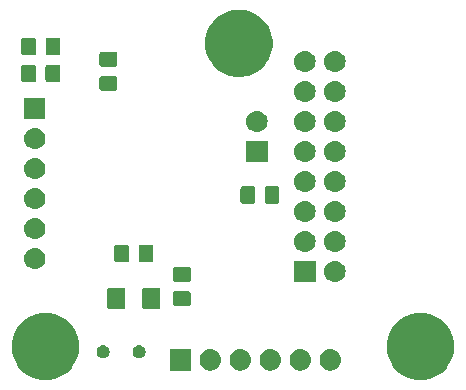
<source format=gbr>
G04 #@! TF.GenerationSoftware,KiCad,Pcbnew,(5.1.2)-1*
G04 #@! TF.CreationDate,2022-01-26T16:29:31-05:00*
G04 #@! TF.ProjectId,telemetry_breakout,74656c65-6d65-4747-9279-5f627265616b,rev?*
G04 #@! TF.SameCoordinates,Original*
G04 #@! TF.FileFunction,Soldermask,Top*
G04 #@! TF.FilePolarity,Negative*
%FSLAX46Y46*%
G04 Gerber Fmt 4.6, Leading zero omitted, Abs format (unit mm)*
G04 Created by KiCad (PCBNEW (5.1.2)-1) date 2022-01-26 16:29:31*
%MOMM*%
%LPD*%
G04 APERTURE LIST*
%ADD10C,0.100000*%
G04 APERTURE END LIST*
D10*
G36*
X224986606Y-110288562D02*
G01*
X225505455Y-110503476D01*
X225972407Y-110815484D01*
X226369516Y-111212593D01*
X226681524Y-111679545D01*
X226896438Y-112198394D01*
X226896438Y-112198395D01*
X227006000Y-112749200D01*
X227006000Y-113310800D01*
X226963538Y-113524269D01*
X226896438Y-113861606D01*
X226681524Y-114380455D01*
X226431579Y-114754524D01*
X226392383Y-114813185D01*
X226369516Y-114847407D01*
X225972407Y-115244516D01*
X225505455Y-115556524D01*
X224986606Y-115771438D01*
X224435800Y-115881000D01*
X223874200Y-115881000D01*
X223323394Y-115771438D01*
X222804545Y-115556524D01*
X222337593Y-115244516D01*
X221940484Y-114847407D01*
X221917618Y-114813185D01*
X221878421Y-114754524D01*
X221628476Y-114380455D01*
X221413562Y-113861606D01*
X221346462Y-113524269D01*
X221304000Y-113310800D01*
X221304000Y-112749200D01*
X221413562Y-112198395D01*
X221413562Y-112198394D01*
X221628476Y-111679545D01*
X221940484Y-111212593D01*
X222337593Y-110815484D01*
X222804545Y-110503476D01*
X223323394Y-110288562D01*
X223874200Y-110179000D01*
X224435800Y-110179000D01*
X224986606Y-110288562D01*
X224986606Y-110288562D01*
G37*
G36*
X193236606Y-110288562D02*
G01*
X193755455Y-110503476D01*
X194222407Y-110815484D01*
X194619516Y-111212593D01*
X194931524Y-111679545D01*
X195146438Y-112198394D01*
X195146438Y-112198395D01*
X195256000Y-112749200D01*
X195256000Y-113310800D01*
X195213538Y-113524269D01*
X195146438Y-113861606D01*
X194931524Y-114380455D01*
X194681579Y-114754524D01*
X194642383Y-114813185D01*
X194619516Y-114847407D01*
X194222407Y-115244516D01*
X193755455Y-115556524D01*
X193236606Y-115771438D01*
X192685800Y-115881000D01*
X192124200Y-115881000D01*
X191573394Y-115771438D01*
X191054545Y-115556524D01*
X190587593Y-115244516D01*
X190190484Y-114847407D01*
X190167618Y-114813185D01*
X190128421Y-114754524D01*
X189878476Y-114380455D01*
X189663562Y-113861606D01*
X189596462Y-113524269D01*
X189554000Y-113310800D01*
X189554000Y-112749200D01*
X189663562Y-112198395D01*
X189663562Y-112198394D01*
X189878476Y-111679545D01*
X190190484Y-111212593D01*
X190587593Y-110815484D01*
X191054545Y-110503476D01*
X191573394Y-110288562D01*
X192124200Y-110179000D01*
X192685800Y-110179000D01*
X193236606Y-110288562D01*
X193236606Y-110288562D01*
G37*
G36*
X206485442Y-113278518D02*
G01*
X206551627Y-113285037D01*
X206721466Y-113336557D01*
X206877991Y-113420222D01*
X206913729Y-113449552D01*
X207015186Y-113532814D01*
X207095535Y-113630721D01*
X207127778Y-113670009D01*
X207211443Y-113826534D01*
X207262963Y-113996373D01*
X207280359Y-114173000D01*
X207262963Y-114349627D01*
X207211443Y-114519466D01*
X207127778Y-114675991D01*
X207098448Y-114711729D01*
X207015186Y-114813186D01*
X206913729Y-114896448D01*
X206877991Y-114925778D01*
X206721466Y-115009443D01*
X206551627Y-115060963D01*
X206485443Y-115067481D01*
X206419260Y-115074000D01*
X206330740Y-115074000D01*
X206264557Y-115067481D01*
X206198373Y-115060963D01*
X206028534Y-115009443D01*
X205872009Y-114925778D01*
X205836271Y-114896448D01*
X205734814Y-114813186D01*
X205651552Y-114711729D01*
X205622222Y-114675991D01*
X205538557Y-114519466D01*
X205487037Y-114349627D01*
X205469641Y-114173000D01*
X205487037Y-113996373D01*
X205538557Y-113826534D01*
X205622222Y-113670009D01*
X205654465Y-113630721D01*
X205734814Y-113532814D01*
X205836271Y-113449552D01*
X205872009Y-113420222D01*
X206028534Y-113336557D01*
X206198373Y-113285037D01*
X206264558Y-113278518D01*
X206330740Y-113272000D01*
X206419260Y-113272000D01*
X206485442Y-113278518D01*
X206485442Y-113278518D01*
G37*
G36*
X204736000Y-115074000D02*
G01*
X202934000Y-115074000D01*
X202934000Y-113272000D01*
X204736000Y-113272000D01*
X204736000Y-115074000D01*
X204736000Y-115074000D01*
G37*
G36*
X211565442Y-113278518D02*
G01*
X211631627Y-113285037D01*
X211801466Y-113336557D01*
X211957991Y-113420222D01*
X211993729Y-113449552D01*
X212095186Y-113532814D01*
X212175535Y-113630721D01*
X212207778Y-113670009D01*
X212291443Y-113826534D01*
X212342963Y-113996373D01*
X212360359Y-114173000D01*
X212342963Y-114349627D01*
X212291443Y-114519466D01*
X212207778Y-114675991D01*
X212178448Y-114711729D01*
X212095186Y-114813186D01*
X211993729Y-114896448D01*
X211957991Y-114925778D01*
X211801466Y-115009443D01*
X211631627Y-115060963D01*
X211565443Y-115067481D01*
X211499260Y-115074000D01*
X211410740Y-115074000D01*
X211344557Y-115067481D01*
X211278373Y-115060963D01*
X211108534Y-115009443D01*
X210952009Y-114925778D01*
X210916271Y-114896448D01*
X210814814Y-114813186D01*
X210731552Y-114711729D01*
X210702222Y-114675991D01*
X210618557Y-114519466D01*
X210567037Y-114349627D01*
X210549641Y-114173000D01*
X210567037Y-113996373D01*
X210618557Y-113826534D01*
X210702222Y-113670009D01*
X210734465Y-113630721D01*
X210814814Y-113532814D01*
X210916271Y-113449552D01*
X210952009Y-113420222D01*
X211108534Y-113336557D01*
X211278373Y-113285037D01*
X211344558Y-113278518D01*
X211410740Y-113272000D01*
X211499260Y-113272000D01*
X211565442Y-113278518D01*
X211565442Y-113278518D01*
G37*
G36*
X214105442Y-113278518D02*
G01*
X214171627Y-113285037D01*
X214341466Y-113336557D01*
X214497991Y-113420222D01*
X214533729Y-113449552D01*
X214635186Y-113532814D01*
X214715535Y-113630721D01*
X214747778Y-113670009D01*
X214831443Y-113826534D01*
X214882963Y-113996373D01*
X214900359Y-114173000D01*
X214882963Y-114349627D01*
X214831443Y-114519466D01*
X214747778Y-114675991D01*
X214718448Y-114711729D01*
X214635186Y-114813186D01*
X214533729Y-114896448D01*
X214497991Y-114925778D01*
X214341466Y-115009443D01*
X214171627Y-115060963D01*
X214105443Y-115067481D01*
X214039260Y-115074000D01*
X213950740Y-115074000D01*
X213884557Y-115067481D01*
X213818373Y-115060963D01*
X213648534Y-115009443D01*
X213492009Y-114925778D01*
X213456271Y-114896448D01*
X213354814Y-114813186D01*
X213271552Y-114711729D01*
X213242222Y-114675991D01*
X213158557Y-114519466D01*
X213107037Y-114349627D01*
X213089641Y-114173000D01*
X213107037Y-113996373D01*
X213158557Y-113826534D01*
X213242222Y-113670009D01*
X213274465Y-113630721D01*
X213354814Y-113532814D01*
X213456271Y-113449552D01*
X213492009Y-113420222D01*
X213648534Y-113336557D01*
X213818373Y-113285037D01*
X213884558Y-113278518D01*
X213950740Y-113272000D01*
X214039260Y-113272000D01*
X214105442Y-113278518D01*
X214105442Y-113278518D01*
G37*
G36*
X216645442Y-113278518D02*
G01*
X216711627Y-113285037D01*
X216881466Y-113336557D01*
X217037991Y-113420222D01*
X217073729Y-113449552D01*
X217175186Y-113532814D01*
X217255535Y-113630721D01*
X217287778Y-113670009D01*
X217371443Y-113826534D01*
X217422963Y-113996373D01*
X217440359Y-114173000D01*
X217422963Y-114349627D01*
X217371443Y-114519466D01*
X217287778Y-114675991D01*
X217258448Y-114711729D01*
X217175186Y-114813186D01*
X217073729Y-114896448D01*
X217037991Y-114925778D01*
X216881466Y-115009443D01*
X216711627Y-115060963D01*
X216645443Y-115067481D01*
X216579260Y-115074000D01*
X216490740Y-115074000D01*
X216424557Y-115067481D01*
X216358373Y-115060963D01*
X216188534Y-115009443D01*
X216032009Y-114925778D01*
X215996271Y-114896448D01*
X215894814Y-114813186D01*
X215811552Y-114711729D01*
X215782222Y-114675991D01*
X215698557Y-114519466D01*
X215647037Y-114349627D01*
X215629641Y-114173000D01*
X215647037Y-113996373D01*
X215698557Y-113826534D01*
X215782222Y-113670009D01*
X215814465Y-113630721D01*
X215894814Y-113532814D01*
X215996271Y-113449552D01*
X216032009Y-113420222D01*
X216188534Y-113336557D01*
X216358373Y-113285037D01*
X216424558Y-113278518D01*
X216490740Y-113272000D01*
X216579260Y-113272000D01*
X216645442Y-113278518D01*
X216645442Y-113278518D01*
G37*
G36*
X209025442Y-113278518D02*
G01*
X209091627Y-113285037D01*
X209261466Y-113336557D01*
X209417991Y-113420222D01*
X209453729Y-113449552D01*
X209555186Y-113532814D01*
X209635535Y-113630721D01*
X209667778Y-113670009D01*
X209751443Y-113826534D01*
X209802963Y-113996373D01*
X209820359Y-114173000D01*
X209802963Y-114349627D01*
X209751443Y-114519466D01*
X209667778Y-114675991D01*
X209638448Y-114711729D01*
X209555186Y-114813186D01*
X209453729Y-114896448D01*
X209417991Y-114925778D01*
X209261466Y-115009443D01*
X209091627Y-115060963D01*
X209025443Y-115067481D01*
X208959260Y-115074000D01*
X208870740Y-115074000D01*
X208804557Y-115067481D01*
X208738373Y-115060963D01*
X208568534Y-115009443D01*
X208412009Y-114925778D01*
X208376271Y-114896448D01*
X208274814Y-114813186D01*
X208191552Y-114711729D01*
X208162222Y-114675991D01*
X208078557Y-114519466D01*
X208027037Y-114349627D01*
X208009641Y-114173000D01*
X208027037Y-113996373D01*
X208078557Y-113826534D01*
X208162222Y-113670009D01*
X208194465Y-113630721D01*
X208274814Y-113532814D01*
X208376271Y-113449552D01*
X208412009Y-113420222D01*
X208568534Y-113336557D01*
X208738373Y-113285037D01*
X208804558Y-113278518D01*
X208870740Y-113272000D01*
X208959260Y-113272000D01*
X209025442Y-113278518D01*
X209025442Y-113278518D01*
G37*
G36*
X200498721Y-112940174D02*
G01*
X200598995Y-112981709D01*
X200598996Y-112981710D01*
X200689242Y-113042010D01*
X200765990Y-113118758D01*
X200765991Y-113118760D01*
X200826291Y-113209005D01*
X200867826Y-113309279D01*
X200889000Y-113415730D01*
X200889000Y-113524270D01*
X200867826Y-113630721D01*
X200826291Y-113730995D01*
X200826290Y-113730996D01*
X200765990Y-113821242D01*
X200689242Y-113897990D01*
X200643812Y-113928345D01*
X200598995Y-113958291D01*
X200498721Y-113999826D01*
X200392270Y-114021000D01*
X200283730Y-114021000D01*
X200177279Y-113999826D01*
X200077005Y-113958291D01*
X200032188Y-113928345D01*
X199986758Y-113897990D01*
X199910010Y-113821242D01*
X199849710Y-113730996D01*
X199849709Y-113730995D01*
X199808174Y-113630721D01*
X199787000Y-113524270D01*
X199787000Y-113415730D01*
X199808174Y-113309279D01*
X199849709Y-113209005D01*
X199910009Y-113118760D01*
X199910010Y-113118758D01*
X199986758Y-113042010D01*
X200077004Y-112981710D01*
X200077005Y-112981709D01*
X200177279Y-112940174D01*
X200283730Y-112919000D01*
X200392270Y-112919000D01*
X200498721Y-112940174D01*
X200498721Y-112940174D01*
G37*
G36*
X197450721Y-112940174D02*
G01*
X197550995Y-112981709D01*
X197550996Y-112981710D01*
X197641242Y-113042010D01*
X197717990Y-113118758D01*
X197717991Y-113118760D01*
X197778291Y-113209005D01*
X197819826Y-113309279D01*
X197841000Y-113415730D01*
X197841000Y-113524270D01*
X197819826Y-113630721D01*
X197778291Y-113730995D01*
X197778290Y-113730996D01*
X197717990Y-113821242D01*
X197641242Y-113897990D01*
X197595812Y-113928345D01*
X197550995Y-113958291D01*
X197450721Y-113999826D01*
X197344270Y-114021000D01*
X197235730Y-114021000D01*
X197129279Y-113999826D01*
X197029005Y-113958291D01*
X196984188Y-113928345D01*
X196938758Y-113897990D01*
X196862010Y-113821242D01*
X196801710Y-113730996D01*
X196801709Y-113730995D01*
X196760174Y-113630721D01*
X196739000Y-113524270D01*
X196739000Y-113415730D01*
X196760174Y-113309279D01*
X196801709Y-113209005D01*
X196862009Y-113118760D01*
X196862010Y-113118758D01*
X196938758Y-113042010D01*
X197029004Y-112981710D01*
X197029005Y-112981709D01*
X197129279Y-112940174D01*
X197235730Y-112919000D01*
X197344270Y-112919000D01*
X197450721Y-112940174D01*
X197450721Y-112940174D01*
G37*
G36*
X201998562Y-108044181D02*
G01*
X202033481Y-108054774D01*
X202065663Y-108071976D01*
X202093873Y-108095127D01*
X202117024Y-108123337D01*
X202134226Y-108155519D01*
X202144819Y-108190438D01*
X202149000Y-108232895D01*
X202149000Y-109699105D01*
X202144819Y-109741562D01*
X202134226Y-109776481D01*
X202117024Y-109808663D01*
X202093873Y-109836873D01*
X202065663Y-109860024D01*
X202033481Y-109877226D01*
X201998562Y-109887819D01*
X201956105Y-109892000D01*
X200814895Y-109892000D01*
X200772438Y-109887819D01*
X200737519Y-109877226D01*
X200705337Y-109860024D01*
X200677127Y-109836873D01*
X200653976Y-109808663D01*
X200636774Y-109776481D01*
X200626181Y-109741562D01*
X200622000Y-109699105D01*
X200622000Y-108232895D01*
X200626181Y-108190438D01*
X200636774Y-108155519D01*
X200653976Y-108123337D01*
X200677127Y-108095127D01*
X200705337Y-108071976D01*
X200737519Y-108054774D01*
X200772438Y-108044181D01*
X200814895Y-108040000D01*
X201956105Y-108040000D01*
X201998562Y-108044181D01*
X201998562Y-108044181D01*
G37*
G36*
X199023562Y-108044181D02*
G01*
X199058481Y-108054774D01*
X199090663Y-108071976D01*
X199118873Y-108095127D01*
X199142024Y-108123337D01*
X199159226Y-108155519D01*
X199169819Y-108190438D01*
X199174000Y-108232895D01*
X199174000Y-109699105D01*
X199169819Y-109741562D01*
X199159226Y-109776481D01*
X199142024Y-109808663D01*
X199118873Y-109836873D01*
X199090663Y-109860024D01*
X199058481Y-109877226D01*
X199023562Y-109887819D01*
X198981105Y-109892000D01*
X197839895Y-109892000D01*
X197797438Y-109887819D01*
X197762519Y-109877226D01*
X197730337Y-109860024D01*
X197702127Y-109836873D01*
X197678976Y-109808663D01*
X197661774Y-109776481D01*
X197651181Y-109741562D01*
X197647000Y-109699105D01*
X197647000Y-108232895D01*
X197651181Y-108190438D01*
X197661774Y-108155519D01*
X197678976Y-108123337D01*
X197702127Y-108095127D01*
X197730337Y-108071976D01*
X197762519Y-108054774D01*
X197797438Y-108044181D01*
X197839895Y-108040000D01*
X198981105Y-108040000D01*
X199023562Y-108044181D01*
X199023562Y-108044181D01*
G37*
G36*
X204550674Y-108353465D02*
G01*
X204588367Y-108364899D01*
X204623103Y-108383466D01*
X204653548Y-108408452D01*
X204678534Y-108438897D01*
X204697101Y-108473633D01*
X204708535Y-108511326D01*
X204713000Y-108556661D01*
X204713000Y-109393339D01*
X204708535Y-109438674D01*
X204697101Y-109476367D01*
X204678534Y-109511103D01*
X204653548Y-109541548D01*
X204623103Y-109566534D01*
X204588367Y-109585101D01*
X204550674Y-109596535D01*
X204505339Y-109601000D01*
X203418661Y-109601000D01*
X203373326Y-109596535D01*
X203335633Y-109585101D01*
X203300897Y-109566534D01*
X203270452Y-109541548D01*
X203245466Y-109511103D01*
X203226899Y-109476367D01*
X203215465Y-109438674D01*
X203211000Y-109393339D01*
X203211000Y-108556661D01*
X203215465Y-108511326D01*
X203226899Y-108473633D01*
X203245466Y-108438897D01*
X203270452Y-108408452D01*
X203300897Y-108383466D01*
X203335633Y-108364899D01*
X203373326Y-108353465D01*
X203418661Y-108349000D01*
X204505339Y-108349000D01*
X204550674Y-108353465D01*
X204550674Y-108353465D01*
G37*
G36*
X215277000Y-107581000D02*
G01*
X213475000Y-107581000D01*
X213475000Y-105779000D01*
X215277000Y-105779000D01*
X215277000Y-107581000D01*
X215277000Y-107581000D01*
G37*
G36*
X217026443Y-105785519D02*
G01*
X217092627Y-105792037D01*
X217262466Y-105843557D01*
X217418991Y-105927222D01*
X217454729Y-105956552D01*
X217556186Y-106039814D01*
X217639448Y-106141271D01*
X217668778Y-106177009D01*
X217668779Y-106177011D01*
X217752040Y-106332779D01*
X217752443Y-106333534D01*
X217803963Y-106503373D01*
X217821359Y-106680000D01*
X217803963Y-106856627D01*
X217752443Y-107026466D01*
X217668778Y-107182991D01*
X217639448Y-107218729D01*
X217556186Y-107320186D01*
X217472732Y-107388674D01*
X217418991Y-107432778D01*
X217262466Y-107516443D01*
X217092627Y-107567963D01*
X217026443Y-107574481D01*
X216960260Y-107581000D01*
X216871740Y-107581000D01*
X216805557Y-107574481D01*
X216739373Y-107567963D01*
X216569534Y-107516443D01*
X216413009Y-107432778D01*
X216359268Y-107388674D01*
X216275814Y-107320186D01*
X216192552Y-107218729D01*
X216163222Y-107182991D01*
X216079557Y-107026466D01*
X216028037Y-106856627D01*
X216010641Y-106680000D01*
X216028037Y-106503373D01*
X216079557Y-106333534D01*
X216079961Y-106332779D01*
X216163221Y-106177011D01*
X216163222Y-106177009D01*
X216192552Y-106141271D01*
X216275814Y-106039814D01*
X216377271Y-105956552D01*
X216413009Y-105927222D01*
X216569534Y-105843557D01*
X216739373Y-105792037D01*
X216805557Y-105785519D01*
X216871740Y-105779000D01*
X216960260Y-105779000D01*
X217026443Y-105785519D01*
X217026443Y-105785519D01*
G37*
G36*
X204550674Y-106303465D02*
G01*
X204588367Y-106314899D01*
X204623103Y-106333466D01*
X204653548Y-106358452D01*
X204678534Y-106388897D01*
X204697101Y-106423633D01*
X204708535Y-106461326D01*
X204713000Y-106506661D01*
X204713000Y-107343339D01*
X204708535Y-107388674D01*
X204697101Y-107426367D01*
X204678534Y-107461103D01*
X204653548Y-107491548D01*
X204623103Y-107516534D01*
X204588367Y-107535101D01*
X204550674Y-107546535D01*
X204505339Y-107551000D01*
X203418661Y-107551000D01*
X203373326Y-107546535D01*
X203335633Y-107535101D01*
X203300897Y-107516534D01*
X203270452Y-107491548D01*
X203245466Y-107461103D01*
X203226899Y-107426367D01*
X203215465Y-107388674D01*
X203211000Y-107343339D01*
X203211000Y-106506661D01*
X203215465Y-106461326D01*
X203226899Y-106423633D01*
X203245466Y-106388897D01*
X203270452Y-106358452D01*
X203300897Y-106333466D01*
X203335633Y-106314899D01*
X203373326Y-106303465D01*
X203418661Y-106299000D01*
X204505339Y-106299000D01*
X204550674Y-106303465D01*
X204550674Y-106303465D01*
G37*
G36*
X191610442Y-104685518D02*
G01*
X191676627Y-104692037D01*
X191846466Y-104743557D01*
X192002991Y-104827222D01*
X192038729Y-104856552D01*
X192140186Y-104939814D01*
X192212527Y-105027963D01*
X192252778Y-105077009D01*
X192336443Y-105233534D01*
X192387963Y-105403373D01*
X192405359Y-105580000D01*
X192387963Y-105756627D01*
X192343934Y-105901770D01*
X192336442Y-105926468D01*
X192336039Y-105927222D01*
X192252778Y-106082991D01*
X192223448Y-106118729D01*
X192140186Y-106220186D01*
X192044149Y-106299000D01*
X192002991Y-106332778D01*
X191846466Y-106416443D01*
X191676627Y-106467963D01*
X191610442Y-106474482D01*
X191544260Y-106481000D01*
X191455740Y-106481000D01*
X191389558Y-106474482D01*
X191323373Y-106467963D01*
X191153534Y-106416443D01*
X190997009Y-106332778D01*
X190955851Y-106299000D01*
X190859814Y-106220186D01*
X190776552Y-106118729D01*
X190747222Y-106082991D01*
X190663961Y-105927222D01*
X190663558Y-105926468D01*
X190656066Y-105901770D01*
X190612037Y-105756627D01*
X190594641Y-105580000D01*
X190612037Y-105403373D01*
X190663557Y-105233534D01*
X190747222Y-105077009D01*
X190787473Y-105027963D01*
X190859814Y-104939814D01*
X190961271Y-104856552D01*
X190997009Y-104827222D01*
X191153534Y-104743557D01*
X191323373Y-104692037D01*
X191389558Y-104685518D01*
X191455740Y-104679000D01*
X191544260Y-104679000D01*
X191610442Y-104685518D01*
X191610442Y-104685518D01*
G37*
G36*
X201386674Y-104409465D02*
G01*
X201424367Y-104420899D01*
X201459103Y-104439466D01*
X201489548Y-104464452D01*
X201514534Y-104494897D01*
X201533101Y-104529633D01*
X201544535Y-104567326D01*
X201549000Y-104612661D01*
X201549000Y-105699339D01*
X201544535Y-105744674D01*
X201533101Y-105782367D01*
X201514534Y-105817103D01*
X201489548Y-105847548D01*
X201459103Y-105872534D01*
X201424367Y-105891101D01*
X201386674Y-105902535D01*
X201341339Y-105907000D01*
X200504661Y-105907000D01*
X200459326Y-105902535D01*
X200421633Y-105891101D01*
X200386897Y-105872534D01*
X200356452Y-105847548D01*
X200331466Y-105817103D01*
X200312899Y-105782367D01*
X200301465Y-105744674D01*
X200297000Y-105699339D01*
X200297000Y-104612661D01*
X200301465Y-104567326D01*
X200312899Y-104529633D01*
X200331466Y-104494897D01*
X200356452Y-104464452D01*
X200386897Y-104439466D01*
X200421633Y-104420899D01*
X200459326Y-104409465D01*
X200504661Y-104405000D01*
X201341339Y-104405000D01*
X201386674Y-104409465D01*
X201386674Y-104409465D01*
G37*
G36*
X199336674Y-104409465D02*
G01*
X199374367Y-104420899D01*
X199409103Y-104439466D01*
X199439548Y-104464452D01*
X199464534Y-104494897D01*
X199483101Y-104529633D01*
X199494535Y-104567326D01*
X199499000Y-104612661D01*
X199499000Y-105699339D01*
X199494535Y-105744674D01*
X199483101Y-105782367D01*
X199464534Y-105817103D01*
X199439548Y-105847548D01*
X199409103Y-105872534D01*
X199374367Y-105891101D01*
X199336674Y-105902535D01*
X199291339Y-105907000D01*
X198454661Y-105907000D01*
X198409326Y-105902535D01*
X198371633Y-105891101D01*
X198336897Y-105872534D01*
X198306452Y-105847548D01*
X198281466Y-105817103D01*
X198262899Y-105782367D01*
X198251465Y-105744674D01*
X198247000Y-105699339D01*
X198247000Y-104612661D01*
X198251465Y-104567326D01*
X198262899Y-104529633D01*
X198281466Y-104494897D01*
X198306452Y-104464452D01*
X198336897Y-104439466D01*
X198371633Y-104420899D01*
X198409326Y-104409465D01*
X198454661Y-104405000D01*
X199291339Y-104405000D01*
X199336674Y-104409465D01*
X199336674Y-104409465D01*
G37*
G36*
X214486443Y-103245519D02*
G01*
X214552627Y-103252037D01*
X214722466Y-103303557D01*
X214878991Y-103387222D01*
X214914729Y-103416552D01*
X215016186Y-103499814D01*
X215099448Y-103601271D01*
X215128778Y-103637009D01*
X215128779Y-103637011D01*
X215212040Y-103792779D01*
X215212443Y-103793534D01*
X215263963Y-103963373D01*
X215281359Y-104140000D01*
X215263963Y-104316627D01*
X215212443Y-104486466D01*
X215128778Y-104642991D01*
X215100725Y-104677173D01*
X215016186Y-104780186D01*
X214914729Y-104863448D01*
X214878991Y-104892778D01*
X214722466Y-104976443D01*
X214552627Y-105027963D01*
X214486442Y-105034482D01*
X214420260Y-105041000D01*
X214331740Y-105041000D01*
X214265557Y-105034481D01*
X214199373Y-105027963D01*
X214029534Y-104976443D01*
X213873009Y-104892778D01*
X213837271Y-104863448D01*
X213735814Y-104780186D01*
X213651275Y-104677173D01*
X213623222Y-104642991D01*
X213539557Y-104486466D01*
X213488037Y-104316627D01*
X213470641Y-104140000D01*
X213488037Y-103963373D01*
X213539557Y-103793534D01*
X213539961Y-103792779D01*
X213623221Y-103637011D01*
X213623222Y-103637009D01*
X213652552Y-103601271D01*
X213735814Y-103499814D01*
X213837271Y-103416552D01*
X213873009Y-103387222D01*
X214029534Y-103303557D01*
X214199373Y-103252037D01*
X214265558Y-103245518D01*
X214331740Y-103239000D01*
X214420260Y-103239000D01*
X214486443Y-103245519D01*
X214486443Y-103245519D01*
G37*
G36*
X217026443Y-103245519D02*
G01*
X217092627Y-103252037D01*
X217262466Y-103303557D01*
X217418991Y-103387222D01*
X217454729Y-103416552D01*
X217556186Y-103499814D01*
X217639448Y-103601271D01*
X217668778Y-103637009D01*
X217668779Y-103637011D01*
X217752040Y-103792779D01*
X217752443Y-103793534D01*
X217803963Y-103963373D01*
X217821359Y-104140000D01*
X217803963Y-104316627D01*
X217752443Y-104486466D01*
X217668778Y-104642991D01*
X217640725Y-104677173D01*
X217556186Y-104780186D01*
X217454729Y-104863448D01*
X217418991Y-104892778D01*
X217262466Y-104976443D01*
X217092627Y-105027963D01*
X217026442Y-105034482D01*
X216960260Y-105041000D01*
X216871740Y-105041000D01*
X216805557Y-105034481D01*
X216739373Y-105027963D01*
X216569534Y-104976443D01*
X216413009Y-104892778D01*
X216377271Y-104863448D01*
X216275814Y-104780186D01*
X216191275Y-104677173D01*
X216163222Y-104642991D01*
X216079557Y-104486466D01*
X216028037Y-104316627D01*
X216010641Y-104140000D01*
X216028037Y-103963373D01*
X216079557Y-103793534D01*
X216079961Y-103792779D01*
X216163221Y-103637011D01*
X216163222Y-103637009D01*
X216192552Y-103601271D01*
X216275814Y-103499814D01*
X216377271Y-103416552D01*
X216413009Y-103387222D01*
X216569534Y-103303557D01*
X216739373Y-103252037D01*
X216805558Y-103245518D01*
X216871740Y-103239000D01*
X216960260Y-103239000D01*
X217026443Y-103245519D01*
X217026443Y-103245519D01*
G37*
G36*
X191610443Y-102145519D02*
G01*
X191676627Y-102152037D01*
X191846466Y-102203557D01*
X192002991Y-102287222D01*
X192038729Y-102316552D01*
X192140186Y-102399814D01*
X192212527Y-102487963D01*
X192252778Y-102537009D01*
X192336443Y-102693534D01*
X192387963Y-102863373D01*
X192405359Y-103040000D01*
X192387963Y-103216627D01*
X192336443Y-103386466D01*
X192336442Y-103386468D01*
X192336039Y-103387222D01*
X192252778Y-103542991D01*
X192223448Y-103578729D01*
X192140186Y-103680186D01*
X192038729Y-103763448D01*
X192002991Y-103792778D01*
X191846466Y-103876443D01*
X191676627Y-103927963D01*
X191610442Y-103934482D01*
X191544260Y-103941000D01*
X191455740Y-103941000D01*
X191389557Y-103934481D01*
X191323373Y-103927963D01*
X191153534Y-103876443D01*
X190997009Y-103792778D01*
X190961271Y-103763448D01*
X190859814Y-103680186D01*
X190776552Y-103578729D01*
X190747222Y-103542991D01*
X190663961Y-103387222D01*
X190663558Y-103386468D01*
X190663557Y-103386466D01*
X190612037Y-103216627D01*
X190594641Y-103040000D01*
X190612037Y-102863373D01*
X190663557Y-102693534D01*
X190747222Y-102537009D01*
X190787473Y-102487963D01*
X190859814Y-102399814D01*
X190961271Y-102316552D01*
X190997009Y-102287222D01*
X191153534Y-102203557D01*
X191323373Y-102152037D01*
X191389557Y-102145519D01*
X191455740Y-102139000D01*
X191544260Y-102139000D01*
X191610443Y-102145519D01*
X191610443Y-102145519D01*
G37*
G36*
X217026443Y-100705519D02*
G01*
X217092627Y-100712037D01*
X217262466Y-100763557D01*
X217418991Y-100847222D01*
X217439560Y-100864103D01*
X217556186Y-100959814D01*
X217639448Y-101061271D01*
X217668778Y-101097009D01*
X217668779Y-101097011D01*
X217752040Y-101252779D01*
X217752443Y-101253534D01*
X217803963Y-101423373D01*
X217821359Y-101600000D01*
X217803963Y-101776627D01*
X217752443Y-101946466D01*
X217668778Y-102102991D01*
X217639448Y-102138729D01*
X217556186Y-102240186D01*
X217454729Y-102323448D01*
X217418991Y-102352778D01*
X217262466Y-102436443D01*
X217092627Y-102487963D01*
X217026442Y-102494482D01*
X216960260Y-102501000D01*
X216871740Y-102501000D01*
X216805558Y-102494482D01*
X216739373Y-102487963D01*
X216569534Y-102436443D01*
X216413009Y-102352778D01*
X216377271Y-102323448D01*
X216275814Y-102240186D01*
X216192552Y-102138729D01*
X216163222Y-102102991D01*
X216079557Y-101946466D01*
X216028037Y-101776627D01*
X216010641Y-101600000D01*
X216028037Y-101423373D01*
X216079557Y-101253534D01*
X216079961Y-101252779D01*
X216163221Y-101097011D01*
X216163222Y-101097009D01*
X216192552Y-101061271D01*
X216275814Y-100959814D01*
X216392440Y-100864103D01*
X216413009Y-100847222D01*
X216569534Y-100763557D01*
X216739373Y-100712037D01*
X216805557Y-100705519D01*
X216871740Y-100699000D01*
X216960260Y-100699000D01*
X217026443Y-100705519D01*
X217026443Y-100705519D01*
G37*
G36*
X214486443Y-100705519D02*
G01*
X214552627Y-100712037D01*
X214722466Y-100763557D01*
X214878991Y-100847222D01*
X214899560Y-100864103D01*
X215016186Y-100959814D01*
X215099448Y-101061271D01*
X215128778Y-101097009D01*
X215128779Y-101097011D01*
X215212040Y-101252779D01*
X215212443Y-101253534D01*
X215263963Y-101423373D01*
X215281359Y-101600000D01*
X215263963Y-101776627D01*
X215212443Y-101946466D01*
X215128778Y-102102991D01*
X215099448Y-102138729D01*
X215016186Y-102240186D01*
X214914729Y-102323448D01*
X214878991Y-102352778D01*
X214722466Y-102436443D01*
X214552627Y-102487963D01*
X214486442Y-102494482D01*
X214420260Y-102501000D01*
X214331740Y-102501000D01*
X214265558Y-102494482D01*
X214199373Y-102487963D01*
X214029534Y-102436443D01*
X213873009Y-102352778D01*
X213837271Y-102323448D01*
X213735814Y-102240186D01*
X213652552Y-102138729D01*
X213623222Y-102102991D01*
X213539557Y-101946466D01*
X213488037Y-101776627D01*
X213470641Y-101600000D01*
X213488037Y-101423373D01*
X213539557Y-101253534D01*
X213539961Y-101252779D01*
X213623221Y-101097011D01*
X213623222Y-101097009D01*
X213652552Y-101061271D01*
X213735814Y-100959814D01*
X213852440Y-100864103D01*
X213873009Y-100847222D01*
X214029534Y-100763557D01*
X214199373Y-100712037D01*
X214265557Y-100705519D01*
X214331740Y-100699000D01*
X214420260Y-100699000D01*
X214486443Y-100705519D01*
X214486443Y-100705519D01*
G37*
G36*
X191610443Y-99605519D02*
G01*
X191676627Y-99612037D01*
X191846466Y-99663557D01*
X192002991Y-99747222D01*
X192038729Y-99776552D01*
X192140186Y-99859814D01*
X192212527Y-99947963D01*
X192252778Y-99997009D01*
X192336443Y-100153534D01*
X192387963Y-100323373D01*
X192405359Y-100500000D01*
X192387963Y-100676627D01*
X192341630Y-100829367D01*
X192336442Y-100846468D01*
X192336039Y-100847222D01*
X192252778Y-101002991D01*
X192223448Y-101038729D01*
X192140186Y-101140186D01*
X192038729Y-101223448D01*
X192002991Y-101252778D01*
X191846466Y-101336443D01*
X191676627Y-101387963D01*
X191610442Y-101394482D01*
X191544260Y-101401000D01*
X191455740Y-101401000D01*
X191389558Y-101394482D01*
X191323373Y-101387963D01*
X191153534Y-101336443D01*
X190997009Y-101252778D01*
X190961271Y-101223448D01*
X190859814Y-101140186D01*
X190776552Y-101038729D01*
X190747222Y-101002991D01*
X190663961Y-100847222D01*
X190663558Y-100846468D01*
X190658370Y-100829367D01*
X190612037Y-100676627D01*
X190594641Y-100500000D01*
X190612037Y-100323373D01*
X190663557Y-100153534D01*
X190747222Y-99997009D01*
X190787473Y-99947963D01*
X190859814Y-99859814D01*
X190961271Y-99776552D01*
X190997009Y-99747222D01*
X191153534Y-99663557D01*
X191323373Y-99612037D01*
X191389557Y-99605519D01*
X191455740Y-99599000D01*
X191544260Y-99599000D01*
X191610443Y-99605519D01*
X191610443Y-99605519D01*
G37*
G36*
X210013674Y-99456465D02*
G01*
X210051367Y-99467899D01*
X210086103Y-99486466D01*
X210116548Y-99511452D01*
X210141534Y-99541897D01*
X210160101Y-99576633D01*
X210171535Y-99614326D01*
X210176000Y-99659661D01*
X210176000Y-100746339D01*
X210171535Y-100791674D01*
X210160101Y-100829367D01*
X210141534Y-100864103D01*
X210116548Y-100894548D01*
X210086103Y-100919534D01*
X210051367Y-100938101D01*
X210013674Y-100949535D01*
X209968339Y-100954000D01*
X209131661Y-100954000D01*
X209086326Y-100949535D01*
X209048633Y-100938101D01*
X209013897Y-100919534D01*
X208983452Y-100894548D01*
X208958466Y-100864103D01*
X208939899Y-100829367D01*
X208928465Y-100791674D01*
X208924000Y-100746339D01*
X208924000Y-99659661D01*
X208928465Y-99614326D01*
X208939899Y-99576633D01*
X208958466Y-99541897D01*
X208983452Y-99511452D01*
X209013897Y-99486466D01*
X209048633Y-99467899D01*
X209086326Y-99456465D01*
X209131661Y-99452000D01*
X209968339Y-99452000D01*
X210013674Y-99456465D01*
X210013674Y-99456465D01*
G37*
G36*
X212063674Y-99456465D02*
G01*
X212101367Y-99467899D01*
X212136103Y-99486466D01*
X212166548Y-99511452D01*
X212191534Y-99541897D01*
X212210101Y-99576633D01*
X212221535Y-99614326D01*
X212226000Y-99659661D01*
X212226000Y-100746339D01*
X212221535Y-100791674D01*
X212210101Y-100829367D01*
X212191534Y-100864103D01*
X212166548Y-100894548D01*
X212136103Y-100919534D01*
X212101367Y-100938101D01*
X212063674Y-100949535D01*
X212018339Y-100954000D01*
X211181661Y-100954000D01*
X211136326Y-100949535D01*
X211098633Y-100938101D01*
X211063897Y-100919534D01*
X211033452Y-100894548D01*
X211008466Y-100864103D01*
X210989899Y-100829367D01*
X210978465Y-100791674D01*
X210974000Y-100746339D01*
X210974000Y-99659661D01*
X210978465Y-99614326D01*
X210989899Y-99576633D01*
X211008466Y-99541897D01*
X211033452Y-99511452D01*
X211063897Y-99486466D01*
X211098633Y-99467899D01*
X211136326Y-99456465D01*
X211181661Y-99452000D01*
X212018339Y-99452000D01*
X212063674Y-99456465D01*
X212063674Y-99456465D01*
G37*
G36*
X217026443Y-98165519D02*
G01*
X217092627Y-98172037D01*
X217262466Y-98223557D01*
X217418991Y-98307222D01*
X217454729Y-98336552D01*
X217556186Y-98419814D01*
X217639448Y-98521271D01*
X217668778Y-98557009D01*
X217668779Y-98557011D01*
X217752040Y-98712779D01*
X217752443Y-98713534D01*
X217803963Y-98883373D01*
X217821359Y-99060000D01*
X217803963Y-99236627D01*
X217752443Y-99406466D01*
X217668778Y-99562991D01*
X217657582Y-99576633D01*
X217556186Y-99700186D01*
X217454729Y-99783448D01*
X217418991Y-99812778D01*
X217262466Y-99896443D01*
X217092627Y-99947963D01*
X217026443Y-99954481D01*
X216960260Y-99961000D01*
X216871740Y-99961000D01*
X216805557Y-99954481D01*
X216739373Y-99947963D01*
X216569534Y-99896443D01*
X216413009Y-99812778D01*
X216377271Y-99783448D01*
X216275814Y-99700186D01*
X216174418Y-99576633D01*
X216163222Y-99562991D01*
X216079557Y-99406466D01*
X216028037Y-99236627D01*
X216010641Y-99060000D01*
X216028037Y-98883373D01*
X216079557Y-98713534D01*
X216079961Y-98712779D01*
X216163221Y-98557011D01*
X216163222Y-98557009D01*
X216192552Y-98521271D01*
X216275814Y-98419814D01*
X216377271Y-98336552D01*
X216413009Y-98307222D01*
X216569534Y-98223557D01*
X216739373Y-98172037D01*
X216805557Y-98165519D01*
X216871740Y-98159000D01*
X216960260Y-98159000D01*
X217026443Y-98165519D01*
X217026443Y-98165519D01*
G37*
G36*
X214486443Y-98165519D02*
G01*
X214552627Y-98172037D01*
X214722466Y-98223557D01*
X214878991Y-98307222D01*
X214914729Y-98336552D01*
X215016186Y-98419814D01*
X215099448Y-98521271D01*
X215128778Y-98557009D01*
X215128779Y-98557011D01*
X215212040Y-98712779D01*
X215212443Y-98713534D01*
X215263963Y-98883373D01*
X215281359Y-99060000D01*
X215263963Y-99236627D01*
X215212443Y-99406466D01*
X215128778Y-99562991D01*
X215117582Y-99576633D01*
X215016186Y-99700186D01*
X214914729Y-99783448D01*
X214878991Y-99812778D01*
X214722466Y-99896443D01*
X214552627Y-99947963D01*
X214486443Y-99954481D01*
X214420260Y-99961000D01*
X214331740Y-99961000D01*
X214265557Y-99954481D01*
X214199373Y-99947963D01*
X214029534Y-99896443D01*
X213873009Y-99812778D01*
X213837271Y-99783448D01*
X213735814Y-99700186D01*
X213634418Y-99576633D01*
X213623222Y-99562991D01*
X213539557Y-99406466D01*
X213488037Y-99236627D01*
X213470641Y-99060000D01*
X213488037Y-98883373D01*
X213539557Y-98713534D01*
X213539961Y-98712779D01*
X213623221Y-98557011D01*
X213623222Y-98557009D01*
X213652552Y-98521271D01*
X213735814Y-98419814D01*
X213837271Y-98336552D01*
X213873009Y-98307222D01*
X214029534Y-98223557D01*
X214199373Y-98172037D01*
X214265557Y-98165519D01*
X214331740Y-98159000D01*
X214420260Y-98159000D01*
X214486443Y-98165519D01*
X214486443Y-98165519D01*
G37*
G36*
X191610442Y-97065518D02*
G01*
X191676627Y-97072037D01*
X191846466Y-97123557D01*
X192002991Y-97207222D01*
X192038729Y-97236552D01*
X192140186Y-97319814D01*
X192212527Y-97407963D01*
X192252778Y-97457009D01*
X192336443Y-97613534D01*
X192387963Y-97783373D01*
X192405359Y-97960000D01*
X192387963Y-98136627D01*
X192336443Y-98306466D01*
X192336442Y-98306468D01*
X192336039Y-98307222D01*
X192252778Y-98462991D01*
X192223448Y-98498729D01*
X192140186Y-98600186D01*
X192038729Y-98683448D01*
X192002991Y-98712778D01*
X191846466Y-98796443D01*
X191676627Y-98847963D01*
X191610442Y-98854482D01*
X191544260Y-98861000D01*
X191455740Y-98861000D01*
X191389557Y-98854481D01*
X191323373Y-98847963D01*
X191153534Y-98796443D01*
X190997009Y-98712778D01*
X190961271Y-98683448D01*
X190859814Y-98600186D01*
X190776552Y-98498729D01*
X190747222Y-98462991D01*
X190663961Y-98307222D01*
X190663558Y-98306468D01*
X190663557Y-98306466D01*
X190612037Y-98136627D01*
X190594641Y-97960000D01*
X190612037Y-97783373D01*
X190663557Y-97613534D01*
X190747222Y-97457009D01*
X190787473Y-97407963D01*
X190859814Y-97319814D01*
X190961271Y-97236552D01*
X190997009Y-97207222D01*
X191153534Y-97123557D01*
X191323373Y-97072037D01*
X191389558Y-97065518D01*
X191455740Y-97059000D01*
X191544260Y-97059000D01*
X191610442Y-97065518D01*
X191610442Y-97065518D01*
G37*
G36*
X211213000Y-97421000D02*
G01*
X209411000Y-97421000D01*
X209411000Y-95619000D01*
X211213000Y-95619000D01*
X211213000Y-97421000D01*
X211213000Y-97421000D01*
G37*
G36*
X217026442Y-95625518D02*
G01*
X217092627Y-95632037D01*
X217262466Y-95683557D01*
X217418991Y-95767222D01*
X217454729Y-95796552D01*
X217556186Y-95879814D01*
X217639448Y-95981271D01*
X217668778Y-96017009D01*
X217668779Y-96017011D01*
X217752040Y-96172779D01*
X217752443Y-96173534D01*
X217803963Y-96343373D01*
X217821359Y-96520000D01*
X217803963Y-96696627D01*
X217752443Y-96866466D01*
X217668778Y-97022991D01*
X217639448Y-97058729D01*
X217556186Y-97160186D01*
X217454729Y-97243448D01*
X217418991Y-97272778D01*
X217262466Y-97356443D01*
X217092627Y-97407963D01*
X217026442Y-97414482D01*
X216960260Y-97421000D01*
X216871740Y-97421000D01*
X216805558Y-97414482D01*
X216739373Y-97407963D01*
X216569534Y-97356443D01*
X216413009Y-97272778D01*
X216377271Y-97243448D01*
X216275814Y-97160186D01*
X216192552Y-97058729D01*
X216163222Y-97022991D01*
X216079557Y-96866466D01*
X216028037Y-96696627D01*
X216010641Y-96520000D01*
X216028037Y-96343373D01*
X216079557Y-96173534D01*
X216079961Y-96172779D01*
X216163221Y-96017011D01*
X216163222Y-96017009D01*
X216192552Y-95981271D01*
X216275814Y-95879814D01*
X216377271Y-95796552D01*
X216413009Y-95767222D01*
X216569534Y-95683557D01*
X216739373Y-95632037D01*
X216805558Y-95625518D01*
X216871740Y-95619000D01*
X216960260Y-95619000D01*
X217026442Y-95625518D01*
X217026442Y-95625518D01*
G37*
G36*
X214486442Y-95625518D02*
G01*
X214552627Y-95632037D01*
X214722466Y-95683557D01*
X214878991Y-95767222D01*
X214914729Y-95796552D01*
X215016186Y-95879814D01*
X215099448Y-95981271D01*
X215128778Y-96017009D01*
X215128779Y-96017011D01*
X215212040Y-96172779D01*
X215212443Y-96173534D01*
X215263963Y-96343373D01*
X215281359Y-96520000D01*
X215263963Y-96696627D01*
X215212443Y-96866466D01*
X215128778Y-97022991D01*
X215099448Y-97058729D01*
X215016186Y-97160186D01*
X214914729Y-97243448D01*
X214878991Y-97272778D01*
X214722466Y-97356443D01*
X214552627Y-97407963D01*
X214486442Y-97414482D01*
X214420260Y-97421000D01*
X214331740Y-97421000D01*
X214265558Y-97414482D01*
X214199373Y-97407963D01*
X214029534Y-97356443D01*
X213873009Y-97272778D01*
X213837271Y-97243448D01*
X213735814Y-97160186D01*
X213652552Y-97058729D01*
X213623222Y-97022991D01*
X213539557Y-96866466D01*
X213488037Y-96696627D01*
X213470641Y-96520000D01*
X213488037Y-96343373D01*
X213539557Y-96173534D01*
X213539961Y-96172779D01*
X213623221Y-96017011D01*
X213623222Y-96017009D01*
X213652552Y-95981271D01*
X213735814Y-95879814D01*
X213837271Y-95796552D01*
X213873009Y-95767222D01*
X214029534Y-95683557D01*
X214199373Y-95632037D01*
X214265558Y-95625518D01*
X214331740Y-95619000D01*
X214420260Y-95619000D01*
X214486442Y-95625518D01*
X214486442Y-95625518D01*
G37*
G36*
X191610442Y-94525518D02*
G01*
X191676627Y-94532037D01*
X191846466Y-94583557D01*
X192002991Y-94667222D01*
X192038729Y-94696552D01*
X192140186Y-94779814D01*
X192212527Y-94867963D01*
X192252778Y-94917009D01*
X192336443Y-95073534D01*
X192387963Y-95243373D01*
X192405359Y-95420000D01*
X192387963Y-95596627D01*
X192336443Y-95766466D01*
X192336442Y-95766468D01*
X192336039Y-95767222D01*
X192252778Y-95922991D01*
X192223448Y-95958729D01*
X192140186Y-96060186D01*
X192038729Y-96143448D01*
X192002991Y-96172778D01*
X191846466Y-96256443D01*
X191676627Y-96307963D01*
X191610443Y-96314481D01*
X191544260Y-96321000D01*
X191455740Y-96321000D01*
X191389557Y-96314481D01*
X191323373Y-96307963D01*
X191153534Y-96256443D01*
X190997009Y-96172778D01*
X190961271Y-96143448D01*
X190859814Y-96060186D01*
X190776552Y-95958729D01*
X190747222Y-95922991D01*
X190663961Y-95767222D01*
X190663558Y-95766468D01*
X190663557Y-95766466D01*
X190612037Y-95596627D01*
X190594641Y-95420000D01*
X190612037Y-95243373D01*
X190663557Y-95073534D01*
X190747222Y-94917009D01*
X190787473Y-94867963D01*
X190859814Y-94779814D01*
X190961271Y-94696552D01*
X190997009Y-94667222D01*
X191153534Y-94583557D01*
X191323373Y-94532037D01*
X191389557Y-94525519D01*
X191455740Y-94519000D01*
X191544260Y-94519000D01*
X191610442Y-94525518D01*
X191610442Y-94525518D01*
G37*
G36*
X210422443Y-93085519D02*
G01*
X210488627Y-93092037D01*
X210658466Y-93143557D01*
X210814991Y-93227222D01*
X210850729Y-93256552D01*
X210952186Y-93339814D01*
X211035448Y-93441271D01*
X211064778Y-93477009D01*
X211148443Y-93633534D01*
X211199963Y-93803373D01*
X211217359Y-93980000D01*
X211199963Y-94156627D01*
X211148443Y-94326466D01*
X211064778Y-94482991D01*
X211035448Y-94518729D01*
X210952186Y-94620186D01*
X210850729Y-94703448D01*
X210814991Y-94732778D01*
X210658466Y-94816443D01*
X210488627Y-94867963D01*
X210422443Y-94874481D01*
X210356260Y-94881000D01*
X210267740Y-94881000D01*
X210201557Y-94874481D01*
X210135373Y-94867963D01*
X209965534Y-94816443D01*
X209809009Y-94732778D01*
X209773271Y-94703448D01*
X209671814Y-94620186D01*
X209588552Y-94518729D01*
X209559222Y-94482991D01*
X209475557Y-94326466D01*
X209424037Y-94156627D01*
X209406641Y-93980000D01*
X209424037Y-93803373D01*
X209475557Y-93633534D01*
X209559222Y-93477009D01*
X209588552Y-93441271D01*
X209671814Y-93339814D01*
X209773271Y-93256552D01*
X209809009Y-93227222D01*
X209965534Y-93143557D01*
X210135373Y-93092037D01*
X210201557Y-93085519D01*
X210267740Y-93079000D01*
X210356260Y-93079000D01*
X210422443Y-93085519D01*
X210422443Y-93085519D01*
G37*
G36*
X214486443Y-93085519D02*
G01*
X214552627Y-93092037D01*
X214722466Y-93143557D01*
X214878991Y-93227222D01*
X214914729Y-93256552D01*
X215016186Y-93339814D01*
X215099448Y-93441271D01*
X215128778Y-93477009D01*
X215212443Y-93633534D01*
X215263963Y-93803373D01*
X215281359Y-93980000D01*
X215263963Y-94156627D01*
X215212443Y-94326466D01*
X215128778Y-94482991D01*
X215099448Y-94518729D01*
X215016186Y-94620186D01*
X214914729Y-94703448D01*
X214878991Y-94732778D01*
X214722466Y-94816443D01*
X214552627Y-94867963D01*
X214486443Y-94874481D01*
X214420260Y-94881000D01*
X214331740Y-94881000D01*
X214265557Y-94874481D01*
X214199373Y-94867963D01*
X214029534Y-94816443D01*
X213873009Y-94732778D01*
X213837271Y-94703448D01*
X213735814Y-94620186D01*
X213652552Y-94518729D01*
X213623222Y-94482991D01*
X213539557Y-94326466D01*
X213488037Y-94156627D01*
X213470641Y-93980000D01*
X213488037Y-93803373D01*
X213539557Y-93633534D01*
X213623222Y-93477009D01*
X213652552Y-93441271D01*
X213735814Y-93339814D01*
X213837271Y-93256552D01*
X213873009Y-93227222D01*
X214029534Y-93143557D01*
X214199373Y-93092037D01*
X214265557Y-93085519D01*
X214331740Y-93079000D01*
X214420260Y-93079000D01*
X214486443Y-93085519D01*
X214486443Y-93085519D01*
G37*
G36*
X217026443Y-93085519D02*
G01*
X217092627Y-93092037D01*
X217262466Y-93143557D01*
X217418991Y-93227222D01*
X217454729Y-93256552D01*
X217556186Y-93339814D01*
X217639448Y-93441271D01*
X217668778Y-93477009D01*
X217752443Y-93633534D01*
X217803963Y-93803373D01*
X217821359Y-93980000D01*
X217803963Y-94156627D01*
X217752443Y-94326466D01*
X217668778Y-94482991D01*
X217639448Y-94518729D01*
X217556186Y-94620186D01*
X217454729Y-94703448D01*
X217418991Y-94732778D01*
X217262466Y-94816443D01*
X217092627Y-94867963D01*
X217026443Y-94874481D01*
X216960260Y-94881000D01*
X216871740Y-94881000D01*
X216805557Y-94874481D01*
X216739373Y-94867963D01*
X216569534Y-94816443D01*
X216413009Y-94732778D01*
X216377271Y-94703448D01*
X216275814Y-94620186D01*
X216192552Y-94518729D01*
X216163222Y-94482991D01*
X216079557Y-94326466D01*
X216028037Y-94156627D01*
X216010641Y-93980000D01*
X216028037Y-93803373D01*
X216079557Y-93633534D01*
X216163222Y-93477009D01*
X216192552Y-93441271D01*
X216275814Y-93339814D01*
X216377271Y-93256552D01*
X216413009Y-93227222D01*
X216569534Y-93143557D01*
X216739373Y-93092037D01*
X216805557Y-93085519D01*
X216871740Y-93079000D01*
X216960260Y-93079000D01*
X217026443Y-93085519D01*
X217026443Y-93085519D01*
G37*
G36*
X192401000Y-93781000D02*
G01*
X190599000Y-93781000D01*
X190599000Y-91979000D01*
X192401000Y-91979000D01*
X192401000Y-93781000D01*
X192401000Y-93781000D01*
G37*
G36*
X214486443Y-90545519D02*
G01*
X214552627Y-90552037D01*
X214722466Y-90603557D01*
X214878991Y-90687222D01*
X214914729Y-90716552D01*
X215016186Y-90799814D01*
X215099448Y-90901271D01*
X215128778Y-90937009D01*
X215212443Y-91093534D01*
X215263963Y-91263373D01*
X215281359Y-91440000D01*
X215263963Y-91616627D01*
X215212443Y-91786466D01*
X215128778Y-91942991D01*
X215099448Y-91978729D01*
X215016186Y-92080186D01*
X214914729Y-92163448D01*
X214878991Y-92192778D01*
X214722466Y-92276443D01*
X214552627Y-92327963D01*
X214486443Y-92334481D01*
X214420260Y-92341000D01*
X214331740Y-92341000D01*
X214265557Y-92334481D01*
X214199373Y-92327963D01*
X214029534Y-92276443D01*
X213873009Y-92192778D01*
X213837271Y-92163448D01*
X213735814Y-92080186D01*
X213652552Y-91978729D01*
X213623222Y-91942991D01*
X213539557Y-91786466D01*
X213488037Y-91616627D01*
X213470641Y-91440000D01*
X213488037Y-91263373D01*
X213539557Y-91093534D01*
X213623222Y-90937009D01*
X213652552Y-90901271D01*
X213735814Y-90799814D01*
X213837271Y-90716552D01*
X213873009Y-90687222D01*
X214029534Y-90603557D01*
X214199373Y-90552037D01*
X214265558Y-90545518D01*
X214331740Y-90539000D01*
X214420260Y-90539000D01*
X214486443Y-90545519D01*
X214486443Y-90545519D01*
G37*
G36*
X217026443Y-90545519D02*
G01*
X217092627Y-90552037D01*
X217262466Y-90603557D01*
X217418991Y-90687222D01*
X217454729Y-90716552D01*
X217556186Y-90799814D01*
X217639448Y-90901271D01*
X217668778Y-90937009D01*
X217752443Y-91093534D01*
X217803963Y-91263373D01*
X217821359Y-91440000D01*
X217803963Y-91616627D01*
X217752443Y-91786466D01*
X217668778Y-91942991D01*
X217639448Y-91978729D01*
X217556186Y-92080186D01*
X217454729Y-92163448D01*
X217418991Y-92192778D01*
X217262466Y-92276443D01*
X217092627Y-92327963D01*
X217026443Y-92334481D01*
X216960260Y-92341000D01*
X216871740Y-92341000D01*
X216805557Y-92334481D01*
X216739373Y-92327963D01*
X216569534Y-92276443D01*
X216413009Y-92192778D01*
X216377271Y-92163448D01*
X216275814Y-92080186D01*
X216192552Y-91978729D01*
X216163222Y-91942991D01*
X216079557Y-91786466D01*
X216028037Y-91616627D01*
X216010641Y-91440000D01*
X216028037Y-91263373D01*
X216079557Y-91093534D01*
X216163222Y-90937009D01*
X216192552Y-90901271D01*
X216275814Y-90799814D01*
X216377271Y-90716552D01*
X216413009Y-90687222D01*
X216569534Y-90603557D01*
X216739373Y-90552037D01*
X216805558Y-90545518D01*
X216871740Y-90539000D01*
X216960260Y-90539000D01*
X217026443Y-90545519D01*
X217026443Y-90545519D01*
G37*
G36*
X198327674Y-90137965D02*
G01*
X198365367Y-90149399D01*
X198400103Y-90167966D01*
X198430548Y-90192952D01*
X198455534Y-90223397D01*
X198474101Y-90258133D01*
X198485535Y-90295826D01*
X198490000Y-90341161D01*
X198490000Y-91177839D01*
X198485535Y-91223174D01*
X198474101Y-91260867D01*
X198455534Y-91295603D01*
X198430548Y-91326048D01*
X198400103Y-91351034D01*
X198365367Y-91369601D01*
X198327674Y-91381035D01*
X198282339Y-91385500D01*
X197195661Y-91385500D01*
X197150326Y-91381035D01*
X197112633Y-91369601D01*
X197077897Y-91351034D01*
X197047452Y-91326048D01*
X197022466Y-91295603D01*
X197003899Y-91260867D01*
X196992465Y-91223174D01*
X196988000Y-91177839D01*
X196988000Y-90341161D01*
X196992465Y-90295826D01*
X197003899Y-90258133D01*
X197022466Y-90223397D01*
X197047452Y-90192952D01*
X197077897Y-90167966D01*
X197112633Y-90149399D01*
X197150326Y-90137965D01*
X197195661Y-90133500D01*
X198282339Y-90133500D01*
X198327674Y-90137965D01*
X198327674Y-90137965D01*
G37*
G36*
X191453674Y-89169465D02*
G01*
X191491367Y-89180899D01*
X191526103Y-89199466D01*
X191556548Y-89224452D01*
X191581534Y-89254897D01*
X191600101Y-89289633D01*
X191611535Y-89327326D01*
X191616000Y-89372661D01*
X191616000Y-90459339D01*
X191611535Y-90504674D01*
X191600101Y-90542367D01*
X191581534Y-90577103D01*
X191556548Y-90607548D01*
X191526103Y-90632534D01*
X191491367Y-90651101D01*
X191453674Y-90662535D01*
X191408339Y-90667000D01*
X190571661Y-90667000D01*
X190526326Y-90662535D01*
X190488633Y-90651101D01*
X190453897Y-90632534D01*
X190423452Y-90607548D01*
X190398466Y-90577103D01*
X190379899Y-90542367D01*
X190368465Y-90504674D01*
X190364000Y-90459339D01*
X190364000Y-89372661D01*
X190368465Y-89327326D01*
X190379899Y-89289633D01*
X190398466Y-89254897D01*
X190423452Y-89224452D01*
X190453897Y-89199466D01*
X190488633Y-89180899D01*
X190526326Y-89169465D01*
X190571661Y-89165000D01*
X191408339Y-89165000D01*
X191453674Y-89169465D01*
X191453674Y-89169465D01*
G37*
G36*
X193503674Y-89169465D02*
G01*
X193541367Y-89180899D01*
X193576103Y-89199466D01*
X193606548Y-89224452D01*
X193631534Y-89254897D01*
X193650101Y-89289633D01*
X193661535Y-89327326D01*
X193666000Y-89372661D01*
X193666000Y-90459339D01*
X193661535Y-90504674D01*
X193650101Y-90542367D01*
X193631534Y-90577103D01*
X193606548Y-90607548D01*
X193576103Y-90632534D01*
X193541367Y-90651101D01*
X193503674Y-90662535D01*
X193458339Y-90667000D01*
X192621661Y-90667000D01*
X192576326Y-90662535D01*
X192538633Y-90651101D01*
X192503897Y-90632534D01*
X192473452Y-90607548D01*
X192448466Y-90577103D01*
X192429899Y-90542367D01*
X192418465Y-90504674D01*
X192414000Y-90459339D01*
X192414000Y-89372661D01*
X192418465Y-89327326D01*
X192429899Y-89289633D01*
X192448466Y-89254897D01*
X192473452Y-89224452D01*
X192503897Y-89199466D01*
X192538633Y-89180899D01*
X192576326Y-89169465D01*
X192621661Y-89165000D01*
X193458339Y-89165000D01*
X193503674Y-89169465D01*
X193503674Y-89169465D01*
G37*
G36*
X209344202Y-84579781D02*
G01*
X209619606Y-84634562D01*
X210138455Y-84849476D01*
X210605407Y-85161484D01*
X211002516Y-85558593D01*
X211314524Y-86025545D01*
X211529438Y-86544394D01*
X211639000Y-87095201D01*
X211639000Y-87656799D01*
X211529438Y-88207606D01*
X211314524Y-88726455D01*
X211089433Y-89063327D01*
X211016036Y-89173174D01*
X211002516Y-89193407D01*
X210605407Y-89590516D01*
X210138455Y-89902524D01*
X209619606Y-90117438D01*
X209434700Y-90154218D01*
X209068800Y-90227000D01*
X208507200Y-90227000D01*
X208141300Y-90154218D01*
X207956394Y-90117438D01*
X207437545Y-89902524D01*
X206970593Y-89590516D01*
X206573484Y-89193407D01*
X206559965Y-89173174D01*
X206486567Y-89063327D01*
X206261476Y-88726455D01*
X206046562Y-88207606D01*
X205937000Y-87656799D01*
X205937000Y-87095201D01*
X206046562Y-86544394D01*
X206261476Y-86025545D01*
X206573484Y-85558593D01*
X206970593Y-85161484D01*
X207437545Y-84849476D01*
X207956394Y-84634562D01*
X208231798Y-84579781D01*
X208507200Y-84525000D01*
X209068800Y-84525000D01*
X209344202Y-84579781D01*
X209344202Y-84579781D01*
G37*
G36*
X217026443Y-88005519D02*
G01*
X217092627Y-88012037D01*
X217262466Y-88063557D01*
X217262468Y-88063558D01*
X217308130Y-88087965D01*
X217418991Y-88147222D01*
X217438482Y-88163218D01*
X217556186Y-88259814D01*
X217617996Y-88335131D01*
X217668778Y-88397009D01*
X217752443Y-88553534D01*
X217803963Y-88723373D01*
X217821359Y-88900000D01*
X217803963Y-89076627D01*
X217752443Y-89246466D01*
X217752442Y-89246468D01*
X217736631Y-89276048D01*
X217668778Y-89402991D01*
X217640725Y-89437173D01*
X217556186Y-89540186D01*
X217454729Y-89623448D01*
X217418991Y-89652778D01*
X217262466Y-89736443D01*
X217092627Y-89787963D01*
X217026443Y-89794481D01*
X216960260Y-89801000D01*
X216871740Y-89801000D01*
X216805557Y-89794481D01*
X216739373Y-89787963D01*
X216569534Y-89736443D01*
X216413009Y-89652778D01*
X216377271Y-89623448D01*
X216275814Y-89540186D01*
X216191275Y-89437173D01*
X216163222Y-89402991D01*
X216095369Y-89276048D01*
X216079558Y-89246468D01*
X216079557Y-89246466D01*
X216028037Y-89076627D01*
X216010641Y-88900000D01*
X216028037Y-88723373D01*
X216079557Y-88553534D01*
X216163222Y-88397009D01*
X216214004Y-88335131D01*
X216275814Y-88259814D01*
X216393518Y-88163218D01*
X216413009Y-88147222D01*
X216523870Y-88087965D01*
X216569532Y-88063558D01*
X216569534Y-88063557D01*
X216739373Y-88012037D01*
X216805558Y-88005518D01*
X216871740Y-87999000D01*
X216960260Y-87999000D01*
X217026443Y-88005519D01*
X217026443Y-88005519D01*
G37*
G36*
X214486443Y-88005519D02*
G01*
X214552627Y-88012037D01*
X214722466Y-88063557D01*
X214722468Y-88063558D01*
X214768130Y-88087965D01*
X214878991Y-88147222D01*
X214898482Y-88163218D01*
X215016186Y-88259814D01*
X215077996Y-88335131D01*
X215128778Y-88397009D01*
X215212443Y-88553534D01*
X215263963Y-88723373D01*
X215281359Y-88900000D01*
X215263963Y-89076627D01*
X215212443Y-89246466D01*
X215212442Y-89246468D01*
X215196631Y-89276048D01*
X215128778Y-89402991D01*
X215100725Y-89437173D01*
X215016186Y-89540186D01*
X214914729Y-89623448D01*
X214878991Y-89652778D01*
X214722466Y-89736443D01*
X214552627Y-89787963D01*
X214486443Y-89794481D01*
X214420260Y-89801000D01*
X214331740Y-89801000D01*
X214265557Y-89794481D01*
X214199373Y-89787963D01*
X214029534Y-89736443D01*
X213873009Y-89652778D01*
X213837271Y-89623448D01*
X213735814Y-89540186D01*
X213651275Y-89437173D01*
X213623222Y-89402991D01*
X213555369Y-89276048D01*
X213539558Y-89246468D01*
X213539557Y-89246466D01*
X213488037Y-89076627D01*
X213470641Y-88900000D01*
X213488037Y-88723373D01*
X213539557Y-88553534D01*
X213623222Y-88397009D01*
X213674004Y-88335131D01*
X213735814Y-88259814D01*
X213853518Y-88163218D01*
X213873009Y-88147222D01*
X213983870Y-88087965D01*
X214029532Y-88063558D01*
X214029534Y-88063557D01*
X214199373Y-88012037D01*
X214265558Y-88005518D01*
X214331740Y-87999000D01*
X214420260Y-87999000D01*
X214486443Y-88005519D01*
X214486443Y-88005519D01*
G37*
G36*
X198327674Y-88087965D02*
G01*
X198365367Y-88099399D01*
X198400103Y-88117966D01*
X198430548Y-88142952D01*
X198455534Y-88173397D01*
X198474101Y-88208133D01*
X198485535Y-88245826D01*
X198490000Y-88291161D01*
X198490000Y-89127839D01*
X198485535Y-89173174D01*
X198474101Y-89210867D01*
X198455534Y-89245603D01*
X198430548Y-89276048D01*
X198400103Y-89301034D01*
X198365367Y-89319601D01*
X198327674Y-89331035D01*
X198282339Y-89335500D01*
X197195661Y-89335500D01*
X197150326Y-89331035D01*
X197112633Y-89319601D01*
X197077897Y-89301034D01*
X197047452Y-89276048D01*
X197022466Y-89245603D01*
X197003899Y-89210867D01*
X196992465Y-89173174D01*
X196988000Y-89127839D01*
X196988000Y-88291161D01*
X196992465Y-88245826D01*
X197003899Y-88208133D01*
X197022466Y-88173397D01*
X197047452Y-88142952D01*
X197077897Y-88117966D01*
X197112633Y-88099399D01*
X197150326Y-88087965D01*
X197195661Y-88083500D01*
X198282339Y-88083500D01*
X198327674Y-88087965D01*
X198327674Y-88087965D01*
G37*
G36*
X193512674Y-86883465D02*
G01*
X193550367Y-86894899D01*
X193585103Y-86913466D01*
X193615548Y-86938452D01*
X193640534Y-86968897D01*
X193659101Y-87003633D01*
X193670535Y-87041326D01*
X193675000Y-87086661D01*
X193675000Y-88173339D01*
X193670535Y-88218674D01*
X193659101Y-88256367D01*
X193640534Y-88291103D01*
X193615548Y-88321548D01*
X193585103Y-88346534D01*
X193550367Y-88365101D01*
X193512674Y-88376535D01*
X193467339Y-88381000D01*
X192630661Y-88381000D01*
X192585326Y-88376535D01*
X192547633Y-88365101D01*
X192512897Y-88346534D01*
X192482452Y-88321548D01*
X192457466Y-88291103D01*
X192438899Y-88256367D01*
X192427465Y-88218674D01*
X192423000Y-88173339D01*
X192423000Y-87086661D01*
X192427465Y-87041326D01*
X192438899Y-87003633D01*
X192457466Y-86968897D01*
X192482452Y-86938452D01*
X192512897Y-86913466D01*
X192547633Y-86894899D01*
X192585326Y-86883465D01*
X192630661Y-86879000D01*
X193467339Y-86879000D01*
X193512674Y-86883465D01*
X193512674Y-86883465D01*
G37*
G36*
X191462674Y-86883465D02*
G01*
X191500367Y-86894899D01*
X191535103Y-86913466D01*
X191565548Y-86938452D01*
X191590534Y-86968897D01*
X191609101Y-87003633D01*
X191620535Y-87041326D01*
X191625000Y-87086661D01*
X191625000Y-88173339D01*
X191620535Y-88218674D01*
X191609101Y-88256367D01*
X191590534Y-88291103D01*
X191565548Y-88321548D01*
X191535103Y-88346534D01*
X191500367Y-88365101D01*
X191462674Y-88376535D01*
X191417339Y-88381000D01*
X190580661Y-88381000D01*
X190535326Y-88376535D01*
X190497633Y-88365101D01*
X190462897Y-88346534D01*
X190432452Y-88321548D01*
X190407466Y-88291103D01*
X190388899Y-88256367D01*
X190377465Y-88218674D01*
X190373000Y-88173339D01*
X190373000Y-87086661D01*
X190377465Y-87041326D01*
X190388899Y-87003633D01*
X190407466Y-86968897D01*
X190432452Y-86938452D01*
X190462897Y-86913466D01*
X190497633Y-86894899D01*
X190535326Y-86883465D01*
X190580661Y-86879000D01*
X191417339Y-86879000D01*
X191462674Y-86883465D01*
X191462674Y-86883465D01*
G37*
M02*

</source>
